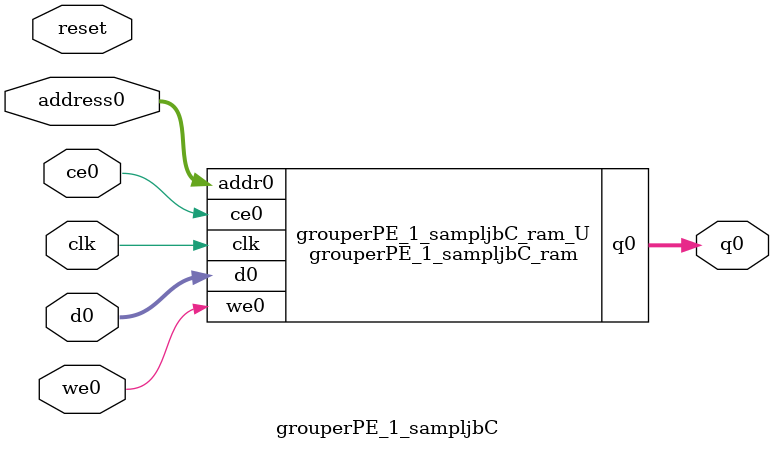
<source format=v>

`timescale 1 ns / 1 ps
module grouperPE_1_sampljbC_ram (addr0, ce0, d0, we0, q0,  clk);

parameter DWIDTH = 8;
parameter AWIDTH = 11;
parameter MEM_SIZE = 2048;

input[AWIDTH-1:0] addr0;
input ce0;
input[DWIDTH-1:0] d0;
input we0;
output reg[DWIDTH-1:0] q0;
input clk;

(* ram_style = "block" *)reg [DWIDTH-1:0] ram[0:MEM_SIZE-1];




always @(posedge clk)  
begin 
    if (ce0) 
    begin
        if (we0) 
        begin 
            ram[addr0] <= d0; 
            q0 <= d0;
        end 
        else 
            q0 <= ram[addr0];
    end
end


endmodule


`timescale 1 ns / 1 ps
module grouperPE_1_sampljbC(
    reset,
    clk,
    address0,
    ce0,
    we0,
    d0,
    q0);

parameter DataWidth = 32'd8;
parameter AddressRange = 32'd2048;
parameter AddressWidth = 32'd11;
input reset;
input clk;
input[AddressWidth - 1:0] address0;
input ce0;
input we0;
input[DataWidth - 1:0] d0;
output[DataWidth - 1:0] q0;



grouperPE_1_sampljbC_ram grouperPE_1_sampljbC_ram_U(
    .clk( clk ),
    .addr0( address0 ),
    .ce0( ce0 ),
    .we0( we0 ),
    .d0( d0 ),
    .q0( q0 ));

endmodule


</source>
